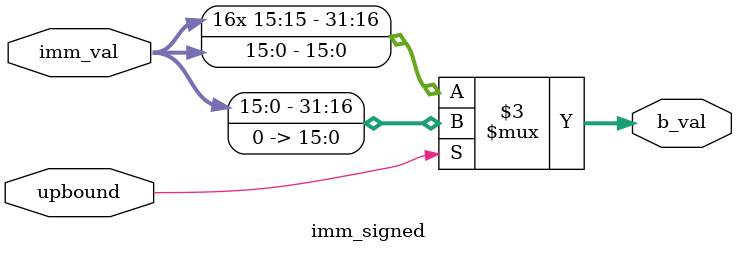
<source format=sv>
module imm_signed(
    input logic [15:0] imm_val,
    input logic upbound,
    output logic signed [31:0] b_val
);

    always_comb begin
        if (upbound)
            b_val = {imm_val, 16'b0};             
        else 
            b_val = {{16{imm_val[15]}}, imm_val};   
    
    end

endmodule

</source>
